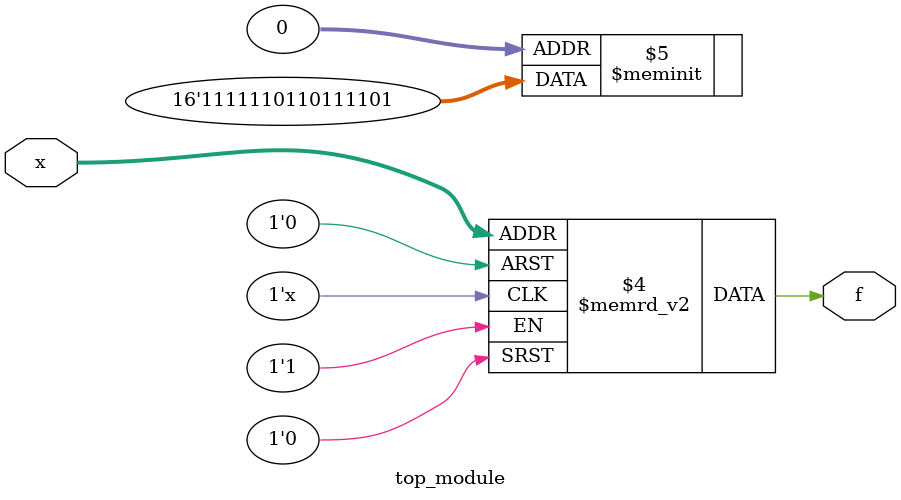
<source format=sv>
module top_module (
	input [4:1] x,
	output logic f
);

always_comb begin
	case (x)
		4'b0000: f = 1; // choose any value since d is a don't-care
		4'b0001: f = 0;
		4'b0010: f = 1; // choose any value since d is a don't-care
		4'b0011: f = 1;
		4'b0100: f = 1;
		4'b0101: f = 1;
		4'b0110: f = 0;
		4'b0111: f = 1; // choose any value since d is a don't-care
		4'b1000: f = 1; // choose any value since d is a don't-care
		4'b1001: f = 0;
		4'b1010: f = 1; // choose any value since d is a don't-care
		4'b1011: f = 1;
		4'b1100: f = 1;
		4'b1101: f = 1;
		4'b1110: f = 1; // choose any value since d is a don't-care
		4'b1111: f = 1; // choose any value since d is a don't-care
	endcase
end

endmodule

</source>
